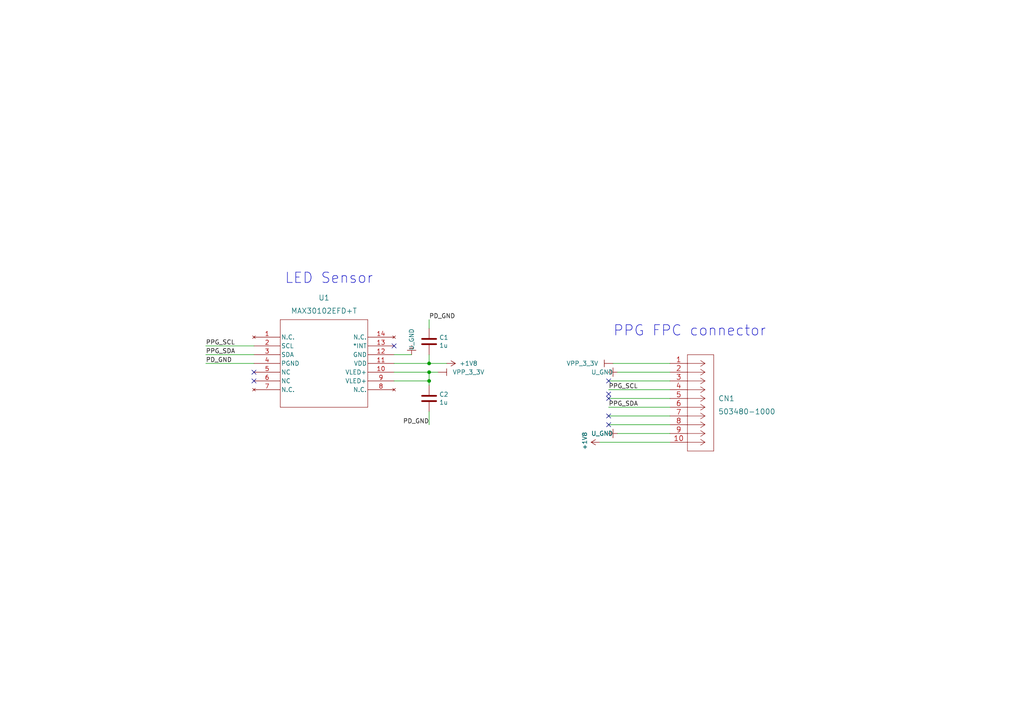
<source format=kicad_sch>
(kicad_sch (version 20211123) (generator eeschema)
  (paper "A4")
  (lib_symbols
    (symbol "Device:C" (pin_numbers hide) (pin_names (offset 0.254))
      (property "Reference" "C" (at 0.635 2.54 0))
      (property "Value" "C" (at 0.635 -2.54 0))
      (symbol "C_0_1"
        (polyline (pts (xy -2.032 -0.762) (xy 2.032 -0.762)) (stroke (width 0.508)))
        (polyline (pts (xy -2.032 0.762) (xy 2.032 0.762)) (stroke (width 0.508)))
      )
      (symbol "C_1_1"
        (pin passive line (at 0 3.81 270) (length 2.794) (name "~") (number "1"))
        (pin passive line (at 0 -3.81 90) (length 2.794) (name "~") (number "2"))
      )
    )
    (symbol "User_library:503480-1000" (pin_names (offset 0.254) hide)
      (property "Reference" "CN" (at 7.62 5.08 0))
      (property "Value" "503480-1000" (at 8.89 -27.94 0))
      (symbol "503480-1000_1_1"
        (polyline (pts (xy 5.08 -25.4) (xy 12.7 -25.4)) (stroke (width 0.127)))
        (polyline (pts (xy 5.08 2.54) (xy 5.08 -25.4)) (stroke (width 0.127)))
        (polyline (pts (xy 10.16 -22.86) (xy 5.08 -22.86)) (stroke (width 0.127)))
        (polyline (pts (xy 10.16 -22.86) (xy 8.89 -23.6982)) (stroke (width 0.127)))
        (polyline (pts (xy 10.16 -22.86) (xy 8.89 -22.0218)) (stroke (width 0.127)))
        (polyline (pts (xy 10.16 -20.32) (xy 5.08 -20.32)) (stroke (width 0.127)))
        (polyline (pts (xy 10.16 -20.32) (xy 8.89 -21.1582)) (stroke (width 0.127)))
        (polyline (pts (xy 10.16 -20.32) (xy 8.89 -19.4818)) (stroke (width 0.127)))
        (polyline (pts (xy 10.16 -17.78) (xy 5.08 -17.78)) (stroke (width 0.127)))
        (polyline (pts (xy 10.16 -17.78) (xy 8.89 -18.6182)) (stroke (width 0.127)))
        (polyline (pts (xy 10.16 -17.78) (xy 8.89 -16.9418)) (stroke (width 0.127)))
        (polyline (pts (xy 10.16 -15.24) (xy 5.08 -15.24)) (stroke (width 0.127)))
        (polyline (pts (xy 10.16 -15.24) (xy 8.89 -16.0782)) (stroke (width 0.127)))
        (polyline (pts (xy 10.16 -15.24) (xy 8.89 -14.4018)) (stroke (width 0.127)))
        (polyline (pts (xy 10.16 -12.7) (xy 5.08 -12.7)) (stroke (width 0.127)))
        (polyline (pts (xy 10.16 -12.7) (xy 8.89 -13.5382)) (stroke (width 0.127)))
        (polyline (pts (xy 10.16 -12.7) (xy 8.89 -11.8618)) (stroke (width 0.127)))
        (polyline (pts (xy 10.16 -10.16) (xy 5.08 -10.16)) (stroke (width 0.127)))
        (polyline (pts (xy 10.16 -10.16) (xy 8.89 -10.9982)) (stroke (width 0.127)))
        (polyline (pts (xy 10.16 -10.16) (xy 8.89 -9.3218)) (stroke (width 0.127)))
        (polyline (pts (xy 10.16 -7.62) (xy 5.08 -7.62)) (stroke (width 0.127)))
        (polyline (pts (xy 10.16 -7.62) (xy 8.89 -8.4582)) (stroke (width 0.127)))
        (polyline (pts (xy 10.16 -7.62) (xy 8.89 -6.7818)) (stroke (width 0.127)))
        (polyline (pts (xy 10.16 -5.08) (xy 5.08 -5.08)) (stroke (width 0.127)))
        (polyline (pts (xy 10.16 -5.08) (xy 8.89 -5.9182)) (stroke (width 0.127)))
        (polyline (pts (xy 10.16 -5.08) (xy 8.89 -4.2418)) (stroke (width 0.127)))
        (polyline (pts (xy 10.16 -2.54) (xy 5.08 -2.54)) (stroke (width 0.127)))
        (polyline (pts (xy 10.16 -2.54) (xy 8.89 -3.3782)) (stroke (width 0.127)))
        (polyline (pts (xy 10.16 -2.54) (xy 8.89 -1.7018)) (stroke (width 0.127)))
        (polyline (pts (xy 10.16 0) (xy 5.08 0)) (stroke (width 0.127)))
        (polyline (pts (xy 10.16 0) (xy 8.89 -0.8382)) (stroke (width 0.127)))
        (polyline (pts (xy 10.16 0) (xy 8.89 0.8382)) (stroke (width 0.127)))
        (polyline (pts (xy 12.7 -25.4) (xy 12.7 2.54)) (stroke (width 0.127)))
        (polyline (pts (xy 12.7 2.54) (xy 5.08 2.54)) (stroke (width 0.127)))
        (pin bidirectional line (at 0 0 0) (length 5.08) (name "1") (number "1"))
        (pin bidirectional line (at 0 -22.86 0) (length 5.08) (name "10") (number "10"))
        (pin bidirectional line (at 0 -2.54 0) (length 5.08) (name "2") (number "2"))
        (pin bidirectional line (at 0 -5.08 0) (length 5.08) (name "3") (number "3"))
        (pin bidirectional line (at 0 -7.62 0) (length 5.08) (name "4") (number "4"))
        (pin bidirectional line (at 0 -10.16 0) (length 5.08) (name "5") (number "5"))
        (pin bidirectional line (at 0 -12.7 0) (length 5.08) (name "6") (number "6"))
        (pin bidirectional line (at 0 -15.24 0) (length 5.08) (name "7") (number "7"))
        (pin bidirectional line (at 0 -17.78 0) (length 5.08) (name "8") (number "8"))
        (pin bidirectional line (at 0 -20.32 0) (length 5.08) (name "9") (number "9"))
      )
    )
    (symbol "User_library:MAX30102EFD+T" (pin_names (offset 0.254))
      (property "Reference" "U" (at 20.32 10.16 0))
      (property "Value" "MAX30102EFD+T" (at 20.32 7.62 0))
      (symbol "MAX30102EFD+T_0_1"
        (polyline (pts (xy 7.62 -20.32) (xy 33.02 -20.32)) (stroke (width 0.127)))
        (polyline (pts (xy 7.62 5.08) (xy 7.62 -20.32)) (stroke (width 0.127)))
        (polyline (pts (xy 33.02 -20.32) (xy 33.02 5.08)) (stroke (width 0.127)))
        (polyline (pts (xy 33.02 5.08) (xy 7.62 5.08)) (stroke (width 0.127)))
        (pin no_connect line (at 0 0 0) (length 7.62) (name "N.C.") (number "1"))
        (pin unspecified line (at 40.64 -10.16 180) (length 7.62) (name "VLED+") (number "10"))
        (pin power_in line (at 40.64 -7.62 180) (length 7.62) (name "VDD") (number "11"))
        (pin power_out line (at 40.64 -5.08 180) (length 7.62) (name "GND") (number "12"))
        (pin unspecified line (at 40.64 -2.54 180) (length 7.62) (name "*INT") (number "13"))
        (pin no_connect line (at 40.64 0 180) (length 7.62) (name "N.C.") (number "14"))
        (pin unspecified line (at 0 -2.54 0) (length 7.62) (name "SCL") (number "2"))
        (pin unspecified line (at 0 -5.08 0) (length 7.62) (name "SDA") (number "3"))
        (pin power_out line (at 0 -7.62 0) (length 7.62) (name "PGND") (number "4"))
        (pin unspecified line (at 0 -10.16 0) (length 7.62) (name "NC") (number "5"))
        (pin unspecified line (at 0 -12.7 0) (length 7.62) (name "NC") (number "6"))
        (pin no_connect line (at 0 -15.24 0) (length 7.62) (name "N.C.") (number "7"))
        (pin no_connect line (at 40.64 -15.24 180) (length 7.62) (name "N.C.") (number "8"))
        (pin unspecified line (at 40.64 -12.7 180) (length 7.62) (name "VLED+") (number "9"))
      )
    )
    (symbol "User_power:GND" (power) (pin_names (offset 0))
      (property "Value" "GND" (at 0 -3.81 0))
      (symbol "GND_0_1"
        (polyline (pts (xy -0.635 -1.905) (xy 0.635 -1.905)))
        (polyline (pts (xy -0.127 -2.54) (xy 0.127 -2.54)))
        (polyline (pts (xy 0 -1.27) (xy 0 0)))
        (polyline (pts (xy 1.27 -1.27) (xy -1.27 -1.27)))
      )
      (symbol "GND_1_1"
        (pin power_in line (at 0 0 270) (length 0) hide (name "U_GND") (number "1"))
      )
    )
    (symbol "User_power:VPP_3.3V" (power) (pin_names (offset 0))
      (property "Value" "User_power_VPP_3.3V" (at 0 3.81 0))
      (symbol "VPP_3.3V_0_1"
        (polyline (pts (xy -1.016 2.54) (xy 0 2.54)))
        (polyline (pts (xy 0 0) (xy 0 2.54)))
        (polyline (pts (xy 0 2.54) (xy 1.016 2.54)))
      )
      (symbol "VPP_3.3V_1_1"
        (pin power_in line (at 0 0 90) (length 0) hide (name "VPP_3_3V") (number "1"))
      )
    )
    (symbol "power:+1V8" (power) (pin_names (offset 0))
      (property "Value" "+1V8" (at 0 3.556 0))
      (symbol "+1V8_0_1"
        (polyline (pts (xy -0.762 1.27) (xy 0 2.54)))
        (polyline (pts (xy 0 0) (xy 0 2.54)))
        (polyline (pts (xy 0 2.54) (xy 0.762 1.27)))
      )
      (symbol "+1V8_1_1"
        (pin power_in line (at 0 0 90) (length 0) hide (name "+1V8") (number "1"))
      )
    )
  )
  (junction (at 124.46 107.95))
  (junction (at 124.46 105.41))
  (junction (at 124.46 110.49))
  (no_connect (at 176.53 114.3))
  (no_connect (at 176.53 110.49))
  (no_connect (at 176.53 120.65))
  (no_connect (at 114.3 100.33))
  (no_connect (at 73.66 107.95))
  (no_connect (at 73.66 110.49))
  (no_connect (at 176.53 123.19))
  (no_connect (at 176.53 115.57))
  (wire (pts (xy 176.53 123.19) (xy 194.31 123.19)))
  (wire (pts (xy 179.07 107.95) (xy 194.31 107.95)))
  (wire (pts (xy 176.53 118.11) (xy 194.31 118.11)))
  (wire (pts (xy 176.53 120.65) (xy 194.31 120.65)))
  (wire (pts (xy 124.46 119.38) (xy 124.46 123.19)))
  (wire (pts (xy 124.46 107.95) (xy 124.46 110.49)))
  (wire (pts (xy 59.69 102.87) (xy 73.66 102.87)))
  (wire (pts (xy 124.46 105.41) (xy 114.3 105.41)))
  (wire (pts (xy 176.53 115.57) (xy 194.31 115.57)))
  (wire (pts (xy 177.8 105.41) (xy 194.31 105.41)))
  (wire (pts (xy 114.3 110.49) (xy 124.46 110.49)))
  (wire (pts (xy 59.69 100.33) (xy 73.66 100.33)))
  (wire (pts (xy 124.46 110.49) (xy 124.46 111.76)))
  (wire (pts (xy 129.54 105.41) (xy 124.46 105.41)))
  (wire (pts (xy 124.46 102.87) (xy 124.46 105.41)))
  (wire (pts (xy 173.99 128.27) (xy 194.31 128.27)))
  (wire (pts (xy 127 107.95) (xy 124.46 107.95)))
  (wire (pts (xy 59.69 105.41) (xy 73.66 105.41)))
  (wire (pts (xy 114.3 107.95) (xy 124.46 107.95)))
  (wire (pts (xy 124.46 92.71) (xy 124.46 95.25)))
  (wire (pts (xy 119.38 102.87) (xy 114.3 102.87)))
  (wire (pts (xy 176.53 113.03) (xy 194.31 113.03)))
  (wire (pts (xy 176.53 110.49) (xy 194.31 110.49)))
  (wire (pts (xy 179.07 125.73) (xy 194.31 125.73)))
  (text "LED Sensor" (at 82.55 82.55 0) (effects (font (size 3 3)) (justify left bottom)))
  (text "PPG FPC connector" (at 177.8 97.79 0) (effects (font (size 3 3)) (justify left bottom)))
  (label "PPG_SCL" (at 176.53 113.03 0))
  (label "PD_GND" (at 59.69 105.41 0))
  (label "PPG_SDA" (at 59.69 102.87 0))
  (label "PD_GND" (at 124.46 92.71 0))
  (label "PPG_SCL" (at 59.69 100.33 0))
  (label "PPG_SDA" (at 176.53 118.11 0))
  (label "PD_GND" (at 124.46 123.19 180))
  (symbol (lib_id "User_power:GND") (at 179.07 125.73 270) (unit 1)
    (property "Reference" "#PWR0103" (effects hide))
    (property "Value" "GND" (at 171.45 125.73 90) (effects (justify left)))
  )
  (symbol (lib_id "power:+1V8") (at 129.54 105.41 270) (unit 1)
    (property "Reference" "#PWR0102" (effects hide))
    (property "Value" "+1V8" (at 135.89 105.41 90))
  )
  (symbol (lib_id "Device:C") (at 124.46 115.57 0) (unit 1)
    (property "Reference" "C2" (at 127.381 114.4016 0) (effects (justify left)))
    (property "Value" "1u" (at 127.381 116.713 0) (effects (justify left)))
    (property "Footprint" "User_library:UL_C_0402_1005Metric" (effects hide))
  )
  (symbol (lib_id "User_power:VPP_3.3V") (at 127 107.95 270) (unit 1)
    (property "Reference" "#PWR0101" (effects hide))
    (property "Value" "VPP_3.3V" (at 135.89 107.95 90))
  )
  (symbol (lib_id "Device:C") (at 124.46 99.06 0) (unit 1)
    (property "Reference" "C1" (at 127.381 97.8916 0) (effects (justify left)))
    (property "Value" "1u" (at 127.381 100.203 0) (effects (justify left)))
    (property "Footprint" "User_library:UL_C_0402_1005Metric" (effects hide))
  )
  (symbol (lib_id "User_library:503480-1000") (at 194.31 105.41 0) (unit 1)
    (property "Reference" "CN1" (at 208.28 115.57 0) (effects (font (size 1.524 1.524)) (justify left)))
    (property "Value" "503480-1000" (at 208.28 119.38 0) (effects (font (size 1.524 1.524)) (justify left)))
    (property "Footprint" "User_library:503480-1000" (effects hide))
  )
  (symbol (lib_id "User_power:GND") (at 179.07 107.95 270) (unit 1)
    (property "Reference" "#PWR0105" (effects hide))
    (property "Value" "GND" (at 171.45 107.95 90) (effects (justify left)))
  )
  (symbol (lib_id "User_library:MAX30102EFD+T") (at 73.66 97.79 0) (unit 1)
    (property "Reference" "U1" (at 93.98 86.36 0) (effects (font (size 1.524 1.524))))
    (property "Value" "MAX30102EFD+T" (at 93.98 90.17 0) (effects (font (size 1.524 1.524))))
    (property "Footprint" "User_library:MAX30102" (effects hide))
    (property "Datasheet" "MAX30102EFD+T" (effects hide))
  )
  (symbol (lib_id "User_power:GND") (at 119.38 102.87 180) (unit 1)
    (property "Reference" "#PWR0107" (effects hide))
    (property "Value" "GND" (at 119.38 95.25 90) (effects (justify left)))
  )
  (symbol (lib_id "User_power:VPP_3.3V") (at 177.8 105.41 90) (unit 1)
    (property "Reference" "#PWR0106" (effects hide))
    (property "Value" "VPP_3.3V" (at 168.91 105.41 90))
  )
  (symbol (lib_id "power:+1V8") (at 173.99 128.27 90) (unit 1)
    (property "Reference" "#PWR0104" (effects hide))
    (property "Value" "+1V8" (at 169.5958 127.889 0))
  )
)
</source>
